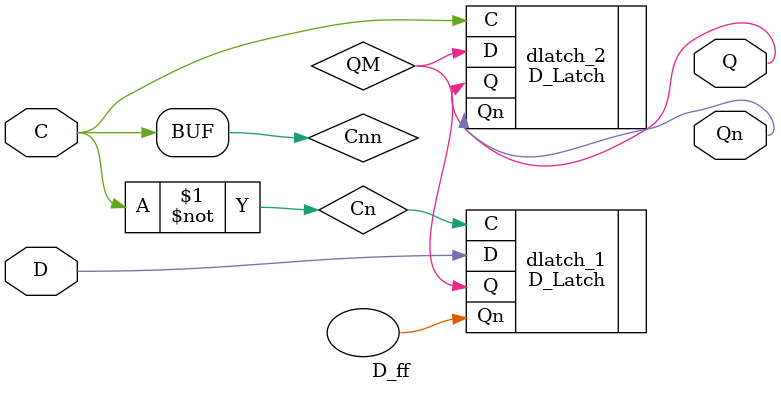
<source format=v>
module D_ff(Q, Qn, C, D);
	output Q, Qn;
	input C, D;
	wire Q, Qn, C, D;
	wire Cn, Cnn, QM;
	
	not not1(Cn, C);
	not not2(Cnn, Cn);
	//D_Latch(Q, Qn, C, D)
	D_Latch dlatch_1(.Q(QM), .Qn(), .C(Cn), .D(D));
	D_Latch dlatch_2(.Q(Q), .Qn(Qn), .C(C), .D(QM));
endmodule

</source>
